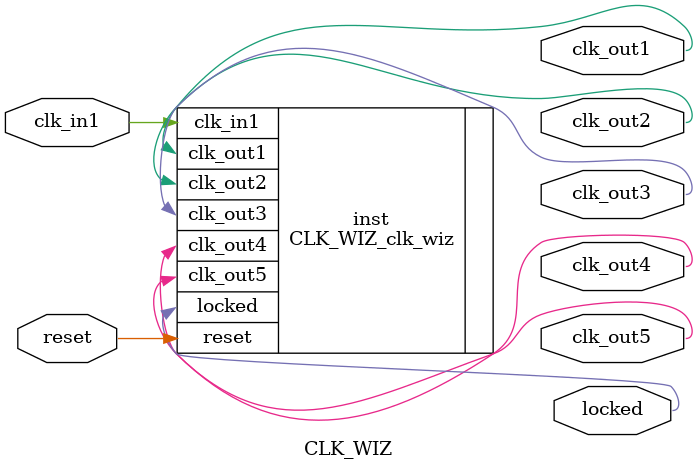
<source format=v>


`timescale 1ps/1ps

(* CORE_GENERATION_INFO = "CLK_WIZ,clk_wiz_v6_0_12_0_0,{component_name=CLK_WIZ,use_phase_alignment=true,use_min_o_jitter=false,use_max_i_jitter=false,use_dyn_phase_shift=false,use_inclk_switchover=false,use_dyn_reconfig=false,enable_axi=0,feedback_source=FDBK_AUTO,PRIMITIVE=PLL,num_out_clk=5,clkin1_period=8.000,clkin2_period=10.0,use_power_down=false,use_reset=true,use_locked=true,use_inclk_stopped=false,feedback_type=SINGLE,CLOCK_MGR_TYPE=NA,manual_override=false}" *)

module CLK_WIZ 
 (
  // Clock out ports
  output        clk_out1,
  output        clk_out2,
  output        clk_out3,
  output        clk_out4,
  output        clk_out5,
  // Status and control signals
  input         reset,
  output        locked,
 // Clock in ports
  input         clk_in1
 );

  CLK_WIZ_clk_wiz inst
  (
  // Clock out ports  
  .clk_out1(clk_out1),
  .clk_out2(clk_out2),
  .clk_out3(clk_out3),
  .clk_out4(clk_out4),
  .clk_out5(clk_out5),
  // Status and control signals               
  .reset(reset), 
  .locked(locked),
 // Clock in ports
  .clk_in1(clk_in1)
  );

endmodule

</source>
